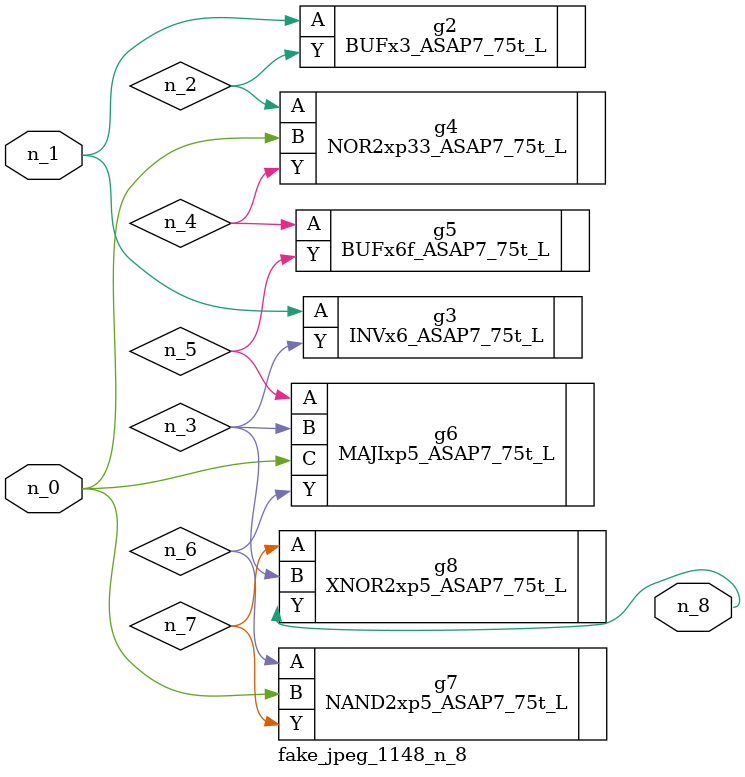
<source format=v>
module fake_jpeg_1148_n_8 (n_0, n_1, n_8);

input n_0;
input n_1;

output n_8;

wire n_2;
wire n_3;
wire n_4;
wire n_6;
wire n_5;
wire n_7;

BUFx3_ASAP7_75t_L g2 ( 
.A(n_1),
.Y(n_2)
);

INVx6_ASAP7_75t_L g3 ( 
.A(n_1),
.Y(n_3)
);

NOR2xp33_ASAP7_75t_L g4 ( 
.A(n_2),
.B(n_0),
.Y(n_4)
);

BUFx6f_ASAP7_75t_L g5 ( 
.A(n_4),
.Y(n_5)
);

MAJIxp5_ASAP7_75t_L g6 ( 
.A(n_5),
.B(n_3),
.C(n_0),
.Y(n_6)
);

NAND2xp5_ASAP7_75t_L g7 ( 
.A(n_6),
.B(n_0),
.Y(n_7)
);

XNOR2xp5_ASAP7_75t_L g8 ( 
.A(n_7),
.B(n_3),
.Y(n_8)
);


endmodule
</source>
